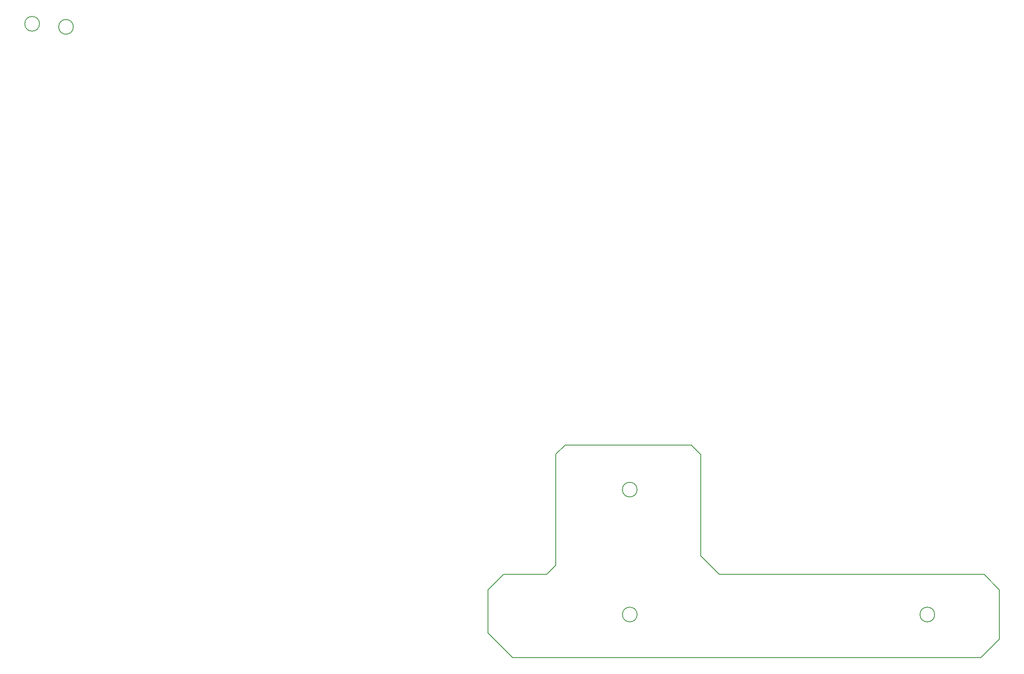
<source format=gbr>
G04 #@! TF.GenerationSoftware,KiCad,Pcbnew,(5.1.2)-1*
G04 #@! TF.CreationDate,2019-06-03T22:16:33-03:00*
G04 #@! TF.ProjectId,Eletr_nica,456c6574-72f4-46e6-9963-612e6b696361,rev?*
G04 #@! TF.SameCoordinates,Original*
G04 #@! TF.FileFunction,Profile,NP*
%FSLAX46Y46*%
G04 Gerber Fmt 4.6, Leading zero omitted, Abs format (unit mm)*
G04 Created by KiCad (PCBNEW (5.1.2)-1) date 2019-06-03 22:16:33*
%MOMM*%
%LPD*%
G04 APERTURE LIST*
%ADD10C,0.150000*%
G04 APERTURE END LIST*
D10*
X117719711Y-121285000D02*
G75*
G03X117719711Y-121285000I-1514711J0D01*
G01*
X1514711Y0D02*
G75*
G03X1514711Y0I-1514711J0D01*
G01*
X-5470289Y635000D02*
G75*
G03X-5470289Y635000I-1514711J0D01*
G01*
X128905000Y-86360000D02*
X130810000Y-88265000D01*
X102870000Y-86360000D02*
X128905000Y-86360000D01*
X100965000Y-88201500D02*
X102870000Y-86360000D01*
X92075000Y-130175000D02*
X86995000Y-125095000D01*
X179060711Y-121285000D02*
G75*
G03X179060711Y-121285000I-1514711J0D01*
G01*
X117719711Y-95504000D02*
G75*
G03X117719711Y-95504000I-1514711J0D01*
G01*
X92075000Y-130175000D02*
X188595000Y-130175000D01*
X192405000Y-116205000D02*
X192405000Y-126365000D01*
X189230000Y-113030000D02*
X192405000Y-116205000D01*
X134620000Y-113030000D02*
X189230000Y-113030000D01*
X130810000Y-109220000D02*
X134620000Y-113030000D01*
X130810000Y-106680000D02*
X130810000Y-109220000D01*
X86995000Y-116205000D02*
X86995000Y-125095000D01*
X90170000Y-113030000D02*
X86995000Y-116205000D01*
X99060000Y-113030000D02*
X90170000Y-113030000D01*
X100965000Y-111125000D02*
X99060000Y-113030000D01*
X100965000Y-105410000D02*
X100965000Y-111125000D01*
X130810000Y-88265000D02*
X130810000Y-106680000D01*
X100965000Y-105410000D02*
X100965000Y-88201500D01*
X192405000Y-126365000D02*
X188595000Y-130175000D01*
M02*

</source>
